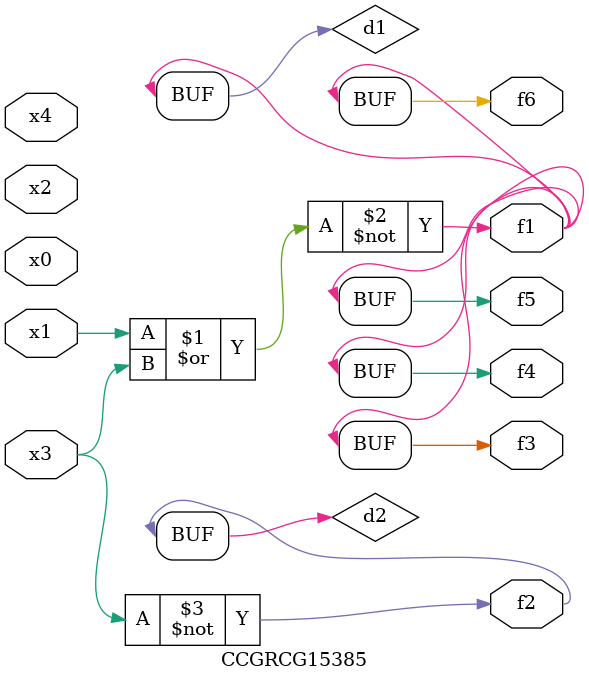
<source format=v>
module CCGRCG15385(
	input x0, x1, x2, x3, x4,
	output f1, f2, f3, f4, f5, f6
);

	wire d1, d2;

	nor (d1, x1, x3);
	not (d2, x3);
	assign f1 = d1;
	assign f2 = d2;
	assign f3 = d1;
	assign f4 = d1;
	assign f5 = d1;
	assign f6 = d1;
endmodule

</source>
